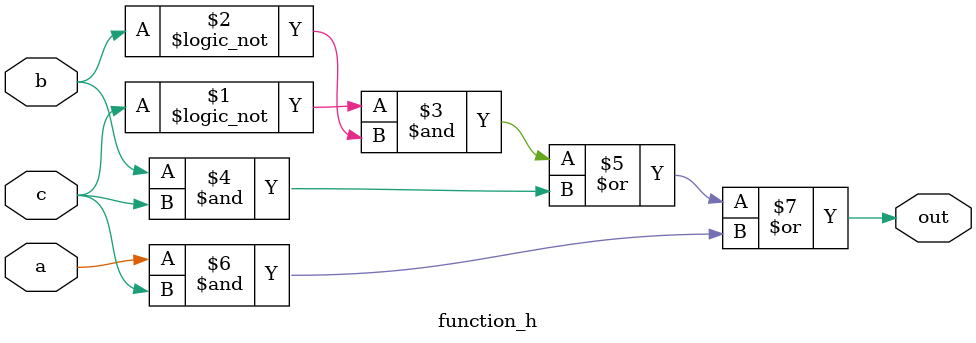
<source format=v>
module function_h(out, a, b, c);
output out;
input a, b, c;

assign out = ((!c)&(!b)) | (b&c) | (a&c);
endmodule
</source>
